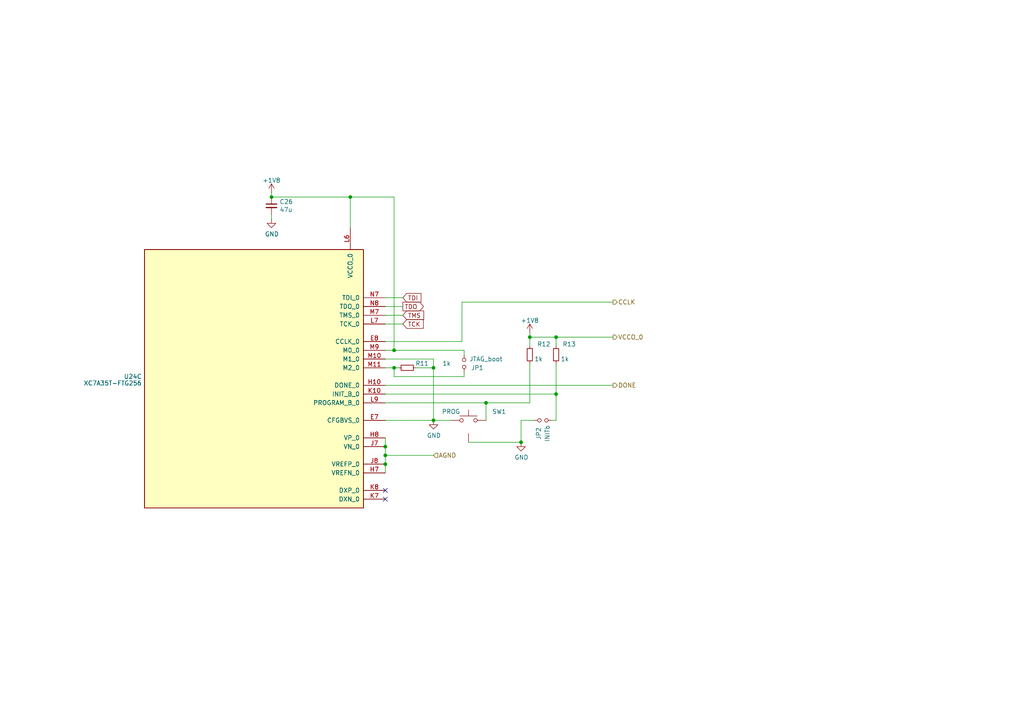
<source format=kicad_sch>
(kicad_sch (version 20230121) (generator eeschema)
  (paper "A4")
  (lib_symbols
    (symbol "Device:C_Small" (pin_numbers hide) (pin_names (offset 0.254) hide)
      (property "Reference" "C" (at 0.254 1.778 0))
      (property "Value" "C_Small" (at 0.254 -2.032 0))
      (symbol "C_Small_0_1"
        (polyline (pts (xy -1.524 -0.508) (xy 1.524 -0.508)) (stroke (width 0.3302)))
        (polyline (pts (xy -1.524 0.508) (xy 1.524 0.508)) (stroke (width 0.3048)))
      )
      (symbol "C_Small_1_1"
        (pin passive line (at 0 2.54 270) (length 2.032) (name "~") (number "1"))
        (pin passive line (at 0 -2.54 90) (length 2.032) (name "~") (number "2"))
      )
    )
    (symbol "Device:Jumper_NO_Small" (pin_numbers hide) (pin_names (offset 0.762) hide)
      (property "Reference" "JP" (at 0 2.032 0))
      (property "Value" "Device_Jumper_NO_Small" (at 0.254 -1.524 0))
      (symbol "Jumper_NO_Small_0_1"
        (circle (center -1.016 0) (radius 0.508))
        (circle (center 1.016 0) (radius 0.508))
        (pin passive line (at -2.54 0 0) (length 1.016) (name "1") (number "1"))
        (pin passive line (at 2.54 0 180) (length 1.016) (name "2") (number "2"))
      )
    )
    (symbol "Device:R_Small" (pin_numbers hide) (pin_names (offset 0.254) hide)
      (property "Reference" "R" (at 0.762 0.508 0))
      (property "Value" "R_Small" (at 0.762 -1.016 0))
      (symbol "R_Small_0_1"
        (rectangle (start -0.762 1.778) (end 0.762 -1.778) (stroke (width 0.2032)))
      )
      (symbol "R_Small_1_1"
        (pin passive line (at 0 2.54 270) (length 0.762) (name "~") (number "1"))
        (pin passive line (at 0 -2.54 90) (length 0.762) (name "~") (number "2"))
      )
    )
    (symbol "FPGA_Xilinx_Artix7:XC7A35T-FTG256" (pin_names (offset 1.016))
      (property "Reference" "U" (at 0 1.27 0))
      (property "Value" "XC7A35T-FTG256" (at 0 -1.27 0))
      (symbol "XC7A35T-FTG256_1_1"
        (rectangle (start -44.45 67.31) (end 44.45 -73.66) (stroke (width 0.254)) (fill (type background)))
        (pin bidirectional line (at 50.8 38.1 180) (length 6.35) (name "IO_L3N_T0_DQS_AD1N_15") (number "A10"))
        (pin bidirectional line (at 50.8 27.94 180) (length 6.35) (name "IO_L5N_T0_AD9N_15") (number "A12"))
        (pin bidirectional line (at 50.8 20.32 180) (length 6.35) (name "IO_L7P_T1_AD2P_15") (number "A13"))
        (pin bidirectional line (at 50.8 17.78 180) (length 6.35) (name "IO_L7N_T1_AD2N_15") (number "A14"))
        (pin bidirectional line (at 50.8 7.62 180) (length 6.35) (name "IO_L9N_T1_DQS_AD3N_15") (number "A15"))
        (pin power_in line (at 27.94 73.66 270) (length 6.35) (name "VCCO_15") (number "A16"))
        (pin bidirectional line (at 50.8 45.72 180) (length 6.35) (name "IO_L2P_T0_AD8P_15") (number "A8"))
        (pin bidirectional line (at 50.8 43.18 180) (length 6.35) (name "IO_L2N_T0_AD8N_15") (number "A9"))
        (pin bidirectional line (at 50.8 35.56 180) (length 6.35) (name "IO_L4P_T0_15") (number "B10"))
        (pin bidirectional line (at 50.8 33.02 180) (length 6.35) (name "IO_L4N_T0_15") (number "B11"))
        (pin bidirectional line (at 50.8 30.48 180) (length 6.35) (name "IO_L5P_T0_AD9P_15") (number "B12"))
        (pin power_in line (at 30.48 73.66 270) (length 6.35) (name "VCCO_15") (number "B13"))
        (pin bidirectional line (at 50.8 12.7 180) (length 6.35) (name "IO_L8N_T1_AD10N_15") (number "B14"))
        (pin bidirectional line (at 50.8 10.16 180) (length 6.35) (name "IO_L9P_T1_DQS_AD3P_15") (number "B15"))
        (pin bidirectional line (at 50.8 2.54 180) (length 6.35) (name "IO_L10N_T1_AD11N_15") (number "B16"))
        (pin bidirectional line (at 50.8 40.64 180) (length 6.35) (name "IO_L3P_T0_DQS_AD1P_15") (number "B9"))
        (pin power_in line (at 33.02 73.66 270) (length 6.35) (name "VCCO_15") (number "C10"))
        (pin bidirectional line (at 50.8 0 180) (length 6.35) (name "IO_L11P_T1_SRCC_15") (number "C11"))
        (pin bidirectional line (at 50.8 -2.54 180) (length 6.35) (name "IO_L11N_T1_SRCC_15") (number "C12"))
        (pin bidirectional line (at 50.8 -7.62 180) (length 6.35) (name "IO_L12N_T1_MRCC_15") (number "C13"))
        (pin bidirectional line (at 50.8 15.24 180) (length 6.35) (name "IO_L8P_T1_AD10P_15") (number "C14"))
        (pin bidirectional line (at 50.8 5.08 180) (length 6.35) (name "IO_L10P_T1_AD11P_15") (number "C16"))
        (pin bidirectional line (at 50.8 50.8 180) (length 6.35) (name "IO_L1P_T0_AD0P_15") (number "C8"))
        (pin bidirectional line (at 50.8 48.26 180) (length 6.35) (name "IO_L1N_T0_AD0N_15") (number "C9"))
        (pin bidirectional line (at 50.8 53.34 180) (length 6.35) (name "IO_0_15") (number "D10"))
        (pin bidirectional line (at 50.8 -17.78 180) (length 6.35) (name "IO_L14N_T2_SRCC_15") (number "D11"))
        (pin bidirectional line (at 50.8 -5.08 180) (length 6.35) (name "IO_L12P_T1_MRCC_15") (number "D13"))
        (pin bidirectional line (at 50.8 -20.32 180) (length 6.35) (name "IO_L15P_T2_DQS_15") (number "D14"))
        (pin bidirectional line (at 50.8 -22.86 180) (length 6.35) (name "IO_L15N_T2_DQS_ADV_B_15") (number "D15"))
        (pin bidirectional line (at 50.8 -33.02 180) (length 6.35) (name "IO_L17N_T2_A25_15") (number "D16"))
        (pin bidirectional line (at 50.8 25.4 180) (length 6.35) (name "IO_L6P_T0_15") (number "D8"))
        (pin bidirectional line (at 50.8 22.86 180) (length 6.35) (name "IO_L6N_T0_VREF_15") (number "D9"))
        (pin bidirectional line (at 50.8 -15.24 180) (length 6.35) (name "IO_L14P_T2_SRCC_15") (number "E11"))
        (pin bidirectional line (at 50.8 -10.16 180) (length 6.35) (name "IO_L13P_T2_MRCC_15") (number "E12"))
        (pin bidirectional line (at 50.8 -12.7 180) (length 6.35) (name "IO_L13N_T2_MRCC_15") (number "E13"))
        (pin power_in line (at 35.56 73.66 270) (length 6.35) (name "VCCO_15") (number "E14"))
        (pin bidirectional line (at 50.8 -38.1 180) (length 6.35) (name "IO_L18N_T2_A23_15") (number "E15"))
        (pin bidirectional line (at 50.8 -30.48 180) (length 6.35) (name "IO_L17P_T2_A26_15") (number "E16"))
        (pin bidirectional line (at 50.8 -25.4 180) (length 6.35) (name "IO_L16P_T2_A28_15") (number "F12"))
        (pin bidirectional line (at 50.8 -27.94 180) (length 6.35) (name "IO_L16N_T2_A27_15") (number "F13"))
        (pin bidirectional line (at 50.8 -53.34 180) (length 6.35) (name "IO_L21N_T3_DQS_A18_15") (number "F14"))
        (pin bidirectional line (at 50.8 -35.56 180) (length 6.35) (name "IO_L18P_T2_A24_15") (number "F15"))
        (pin bidirectional line (at 50.8 -71.12 180) (length 6.35) (name "IO_25_15") (number "G11"))
        (pin bidirectional line (at 50.8 -43.18 180) (length 6.35) (name "IO_L19N_T3_A21_VREF_15") (number "G12"))
        (pin bidirectional line (at 50.8 -50.8 180) (length 6.35) (name "IO_L21P_T3_DQS_15") (number "G14"))
        (pin bidirectional line (at 50.8 -68.58 180) (length 6.35) (name "IO_L24N_T3_RS0_15") (number "G15"))
        (pin bidirectional line (at 50.8 -58.42 180) (length 6.35) (name "IO_L22N_T3_A16_15") (number "G16"))
        (pin bidirectional line (at 50.8 -40.64 180) (length 6.35) (name "IO_L19P_T3_A22_15") (number "H11"))
        (pin bidirectional line (at 50.8 -45.72 180) (length 6.35) (name "IO_L20P_T3_A20_15") (number "H12"))
        (pin bidirectional line (at 50.8 -48.26 180) (length 6.35) (name "IO_L20N_T3_A19_15") (number "H13"))
        (pin bidirectional line (at 50.8 -66.04 180) (length 6.35) (name "IO_L24P_T3_RS1_15") (number "H14"))
        (pin power_in line (at 38.1 73.66 270) (length 6.35) (name "VCCO_15") (number "H15"))
        (pin bidirectional line (at 50.8 -55.88 180) (length 6.35) (name "IO_L22P_T3_A17_15") (number "H16"))
        (pin power_in line (at 40.64 73.66 270) (length 6.35) (name "VCCO_15") (number "J12"))
        (pin bidirectional line (at -50.8 50.8 0) (length 6.35) (name "IO_L1P_T0_D00_MOSI_14") (number "J13"))
        (pin bidirectional line (at -50.8 48.26 0) (length 6.35) (name "IO_L1N_T0_D01_DIN_14") (number "J14"))
        (pin bidirectional line (at 50.8 -60.96 180) (length 6.35) (name "IO_L23P_T3_FOE_B_15") (number "J15"))
        (pin bidirectional line (at 50.8 -63.5 180) (length 6.35) (name "IO_L23N_T3_FWE_B_15") (number "J16"))
        (pin bidirectional line (at -50.8 53.34 0) (length 6.35) (name "IO_0_14") (number "K12"))
        (pin bidirectional line (at -50.8 30.48 0) (length 6.35) (name "IO_L5P_T0_D06_14") (number "K13"))
        (pin bidirectional line (at -50.8 45.72 0) (length 6.35) (name "IO_L2P_T0_D02_14") (number "K15"))
        (pin bidirectional line (at -50.8 43.18 0) (length 6.35) (name "IO_L2N_T0_D03_14") (number "K16"))
        (pin bidirectional line (at -50.8 25.4 0) (length 6.35) (name "IO_L6P_T0_FCS_B_14") (number "L12"))
        (pin bidirectional line (at -50.8 27.94 0) (length 6.35) (name "IO_L5N_T0_D07_14") (number "L13"))
        (pin bidirectional line (at -50.8 35.56 0) (length 6.35) (name "IO_L4P_T0_D04_14") (number "L14"))
        (pin bidirectional line (at -50.8 40.64 0) (length 6.35) (name "IO_L3P_T0_DQS_PUDC_B_14") (number "L15"))
        (pin power_in line (at -40.64 73.66 270) (length 6.35) (name "VCCO_14") (number "L16"))
        (pin bidirectional line (at -50.8 22.86 0) (length 6.35) (name "IO_L6N_T0_D08_VREF_14") (number "M12"))
        (pin power_in line (at -38.1 73.66 270) (length 6.35) (name "VCCO_14") (number "M13"))
        (pin bidirectional line (at -50.8 33.02 0) (length 6.35) (name "IO_L4N_T0_D05_14") (number "M14"))
        (pin bidirectional line (at -50.8 38.1 0) (length 6.35) (name "IO_L3N_T0_DQS_EMCCLK_14") (number "M15"))
        (pin bidirectional line (at -50.8 20.32 0) (length 6.35) (name "IO_L7P_T1_D09_14") (number "M16"))
        (pin bidirectional line (at -50.8 -40.64 0) (length 6.35) (name "IO_L19P_T3_A10_D26_14") (number "M6"))
        (pin power_in line (at -35.56 73.66 270) (length 6.35) (name "VCCO_14") (number "N10"))
        (pin bidirectional line (at -50.8 -10.16 0) (length 6.35) (name "IO_L13P_T2_MRCC_14") (number "N11"))
        (pin bidirectional line (at -50.8 -12.7 0) (length 6.35) (name "IO_L13N_T2_MRCC_14") (number "N12"))
        (pin bidirectional line (at -50.8 0 0) (length 6.35) (name "IO_L11P_T1_SRCC_14") (number "N13"))
        (pin bidirectional line (at -50.8 -5.08 0) (length 6.35) (name "IO_L12P_T1_MRCC_14") (number "N14"))
        (pin bidirectional line (at -50.8 17.78 0) (length 6.35) (name "IO_L7N_T1_D10_14") (number "N16"))
        (pin bidirectional line (at -50.8 -43.18 0) (length 6.35) (name "IO_L19N_T3_A09_D25_VREF_14") (number "N6"))
        (pin bidirectional line (at -50.8 -35.56 0) (length 6.35) (name "IO_L18P_T2_A12_D28_14") (number "N9"))
        (pin bidirectional line (at -50.8 -15.24 0) (length 6.35) (name "IO_L14P_T2_SRCC_14") (number "P10"))
        (pin bidirectional line (at -50.8 -17.78 0) (length 6.35) (name "IO_L14N_T2_SRCC_14") (number "P11"))
        (pin bidirectional line (at -50.8 -2.54 0) (length 6.35) (name "IO_L11N_T1_SRCC_14") (number "P13"))
        (pin bidirectional line (at -50.8 -7.62 0) (length 6.35) (name "IO_L12N_T1_MRCC_14") (number "P14"))
        (pin bidirectional line (at -50.8 15.24 0) (length 6.35) (name "IO_L8P_T1_D11_14") (number "P15"))
        (pin bidirectional line (at -50.8 12.7 0) (length 6.35) (name "IO_L8N_T1_D12_14") (number "P16"))
        (pin bidirectional line (at -50.8 -71.12 0) (length 6.35) (name "IO_25_14") (number "P6"))
        (pin power_in line (at -33.02 73.66 270) (length 6.35) (name "VCCO_14") (number "P7"))
        (pin bidirectional line (at -50.8 -45.72 0) (length 6.35) (name "IO_L20P_T3_A08_D24_14") (number "P8"))
        (pin bidirectional line (at -50.8 -38.1 0) (length 6.35) (name "IO_L18N_T2_A11_D27_14") (number "P9"))
        (pin bidirectional line (at -50.8 -30.48 0) (length 6.35) (name "IO_L17P_T2_A14_D30_14") (number "R10"))
        (pin bidirectional line (at -50.8 -33.02 0) (length 6.35) (name "IO_L17N_T2_A13_D29_14") (number "R11"))
        (pin bidirectional line (at -50.8 -20.32 0) (length 6.35) (name "IO_L15P_T2_DQS_RDWR_B_14") (number "R12"))
        (pin bidirectional line (at -50.8 -25.4 0) (length 6.35) (name "IO_L16P_T2_CSI_B_14") (number "R13"))
        (pin power_in line (at -30.48 73.66 270) (length 6.35) (name "VCCO_14") (number "R14"))
        (pin bidirectional line (at -50.8 10.16 0) (length 6.35) (name "IO_L9P_T1_DQS_14") (number "R15"))
        (pin bidirectional line (at -50.8 7.62 0) (length 6.35) (name "IO_L9N_T1_DQS_D13_14") (number "R16"))
        (pin bidirectional line (at -50.8 -60.96 0) (length 6.35) (name "IO_L23P_T3_A03_D19_14") (number "R5"))
        (pin bidirectional line (at -50.8 -66.04 0) (length 6.35) (name "IO_L24P_T3_A01_D17_14") (number "R6"))
        (pin bidirectional line (at -50.8 -68.58 0) (length 6.35) (name "IO_L24N_T3_A00_D16_14") (number "R7"))
        (pin bidirectional line (at -50.8 -48.26 0) (length 6.35) (name "IO_L20N_T3_A07_D23_14") (number "R8"))
        (pin bidirectional line (at -50.8 -58.42 0) (length 6.35) (name "IO_L22N_T3_A04_D20_14") (number "T10"))
        (pin power_in line (at -27.94 73.66 270) (length 6.35) (name "VCCO_14") (number "T11"))
        (pin bidirectional line (at -50.8 -22.86 0) (length 6.35) (name "IO_L15N_T2_DQS_DOUT_CSO_B_14") (number "T12"))
        (pin bidirectional line (at -50.8 -27.94 0) (length 6.35) (name "IO_L16N_T2_A15_D31_14") (number "T13"))
        (pin bidirectional line (at -50.8 5.08 0) (length 6.35) (name "IO_L10P_T1_D14_14") (number "T14"))
        (pin bidirectional line (at -50.8 2.54 0) (length 6.35) (name "IO_L10N_T1_D15_14") (number "T15"))
        (pin bidirectional line (at -50.8 -63.5 0) (length 6.35) (name "IO_L23N_T3_A02_D18_14") (number "T5"))
        (pin bidirectional line (at -50.8 -50.8 0) (length 6.35) (name "IO_L21P_T3_DQS_14") (number "T7"))
        (pin bidirectional line (at -50.8 -53.34 0) (length 6.35) (name "IO_L21N_T3_DQS_A06_D22_14") (number "T8"))
        (pin bidirectional line (at -50.8 -55.88 0) (length 6.35) (name "IO_L22P_T3_A05_D21_14") (number "T9"))
      )
      (symbol "XC7A35T-FTG256_2_1"
        (rectangle (start -44.45 67.31) (end 44.45 -73.66) (stroke (width 0.254)) (fill (type background)))
        (pin bidirectional line (at 50.8 12.7 180) (length 6.35) (name "IO_L8N_T1_AD14N_35") (number "A2"))
        (pin bidirectional line (at 50.8 33.02 180) (length 6.35) (name "IO_L4N_T0_35") (number "A3"))
        (pin bidirectional line (at 50.8 38.1 180) (length 6.35) (name "IO_L3N_T0_DQS_AD5N_35") (number "A4"))
        (pin bidirectional line (at 50.8 40.64 180) (length 6.35) (name "IO_L3P_T0_DQS_AD5P_35") (number "A5"))
        (pin power_in line (at 27.94 73.66 270) (length 6.35) (name "VCCO_35") (number "A6"))
        (pin bidirectional line (at 50.8 48.26 180) (length 6.35) (name "IO_L1N_T0_AD4N_35") (number "A7"))
        (pin bidirectional line (at 50.8 7.62 180) (length 6.35) (name "IO_L9N_T1_DQS_AD7N_35") (number "B1"))
        (pin bidirectional line (at 50.8 15.24 180) (length 6.35) (name "IO_L8P_T1_AD14P_35") (number "B2"))
        (pin power_in line (at 30.48 73.66 270) (length 6.35) (name "VCCO_35") (number "B3"))
        (pin bidirectional line (at 50.8 35.56 180) (length 6.35) (name "IO_L4P_T0_35") (number "B4"))
        (pin bidirectional line (at 50.8 43.18 180) (length 6.35) (name "IO_L2N_T0_AD12N_35") (number "B5"))
        (pin bidirectional line (at 50.8 45.72 180) (length 6.35) (name "IO_L2P_T0_AD12P_35") (number "B6"))
        (pin bidirectional line (at 50.8 50.8 180) (length 6.35) (name "IO_L1P_T0_AD4P_35") (number "B7"))
        (pin bidirectional line (at 50.8 10.16 180) (length 6.35) (name "IO_L9P_T1_DQS_AD7P_35") (number "C1"))
        (pin bidirectional line (at 50.8 17.78 180) (length 6.35) (name "IO_L7N_T1_AD6N_35") (number "C2"))
        (pin bidirectional line (at 50.8 20.32 180) (length 6.35) (name "IO_L7P_T1_AD6P_35") (number "C3"))
        (pin bidirectional line (at 50.8 -7.62 180) (length 6.35) (name "IO_L12N_T1_MRCC_35") (number "C4"))
        (pin bidirectional line (at 50.8 27.94 180) (length 6.35) (name "IO_L5N_T0_AD13N_35") (number "C6"))
        (pin bidirectional line (at 50.8 30.48 180) (length 6.35) (name "IO_L5P_T0_AD13P_35") (number "C7"))
        (pin bidirectional line (at 50.8 2.54 180) (length 6.35) (name "IO_L10N_T1_AD15N_35") (number "D1"))
        (pin bidirectional line (at 50.8 -2.54 180) (length 6.35) (name "IO_L11N_T1_SRCC_35") (number "D3"))
        (pin bidirectional line (at 50.8 -5.08 180) (length 6.35) (name "IO_L12P_T1_MRCC_35") (number "D4"))
        (pin bidirectional line (at 50.8 22.86 180) (length 6.35) (name "IO_L6N_T0_VREF_35") (number "D5"))
        (pin bidirectional line (at 50.8 25.4 180) (length 6.35) (name "IO_L6P_T0_35") (number "D6"))
        (pin power_in line (at 33.02 73.66 270) (length 6.35) (name "VCCO_35") (number "D7"))
        (pin bidirectional line (at 50.8 -22.86 180) (length 6.35) (name "IO_L15N_T2_DQS_35") (number "E1"))
        (pin bidirectional line (at 50.8 5.08 180) (length 6.35) (name "IO_L10P_T1_AD15P_35") (number "E2"))
        (pin bidirectional line (at 50.8 0 180) (length 6.35) (name "IO_L11P_T1_SRCC_35") (number "E3"))
        (pin power_in line (at 35.56 73.66 270) (length 6.35) (name "VCCO_35") (number "E4"))
        (pin bidirectional line (at 50.8 -12.7 180) (length 6.35) (name "IO_L13N_T2_MRCC_35") (number "E5"))
        (pin bidirectional line (at 50.8 53.34 180) (length 6.35) (name "IO_0_35") (number "E6"))
        (pin power_in line (at 38.1 73.66 270) (length 6.35) (name "VCCO_35") (number "F1"))
        (pin bidirectional line (at 50.8 -20.32 180) (length 6.35) (name "IO_L15P_T2_DQS_35") (number "F2"))
        (pin bidirectional line (at 50.8 -17.78 180) (length 6.35) (name "IO_L14N_T2_SRCC_35") (number "F3"))
        (pin bidirectional line (at 50.8 -15.24 180) (length 6.35) (name "IO_L14P_T2_SRCC_35") (number "F4"))
        (pin bidirectional line (at 50.8 -10.16 180) (length 6.35) (name "IO_L13P_T2_MRCC_35") (number "F5"))
        (pin bidirectional line (at 50.8 -33.02 180) (length 6.35) (name "IO_L17N_T2_35") (number "G1"))
        (pin bidirectional line (at 50.8 -30.48 180) (length 6.35) (name "IO_L17P_T2_35") (number "G2"))
        (pin bidirectional line (at 50.8 -27.94 180) (length 6.35) (name "IO_L16N_T2_35") (number "G4"))
        (pin bidirectional line (at 50.8 -25.4 180) (length 6.35) (name "IO_L16P_T2_35") (number "G5"))
        (pin bidirectional line (at 50.8 -48.26 180) (length 6.35) (name "IO_L20N_T3_35") (number "H1"))
        (pin bidirectional line (at 50.8 -45.72 180) (length 6.35) (name "IO_L20P_T3_35") (number "H2"))
        (pin bidirectional line (at 50.8 -53.34 180) (length 6.35) (name "IO_L21N_T3_DQS_35") (number "H3"))
        (pin bidirectional line (at 50.8 -38.1 180) (length 6.35) (name "IO_L18N_T2_35") (number "H4"))
        (pin bidirectional line (at 50.8 -35.56 180) (length 6.35) (name "IO_L18P_T2_35") (number "H5"))
        (pin bidirectional line (at 50.8 -58.42 180) (length 6.35) (name "IO_L22N_T3_35") (number "J1"))
        (pin power_in line (at 40.64 73.66 270) (length 6.35) (name "VCCO_35") (number "J2"))
        (pin bidirectional line (at 50.8 -50.8 180) (length 6.35) (name "IO_L21P_T3_DQS_35") (number "J3"))
        (pin bidirectional line (at 50.8 -43.18 180) (length 6.35) (name "IO_L19N_T3_VREF_35") (number "J4"))
        (pin bidirectional line (at 50.8 -40.64 180) (length 6.35) (name "IO_L19P_T3_35") (number "J5"))
        (pin bidirectional line (at 50.8 -55.88 180) (length 6.35) (name "IO_L22P_T3_35") (number "K1"))
        (pin bidirectional line (at 50.8 -68.58 180) (length 6.35) (name "IO_L24N_T3_35") (number "K2"))
        (pin bidirectional line (at 50.8 -66.04 180) (length 6.35) (name "IO_L24P_T3_35") (number "K3"))
        (pin bidirectional line (at 50.8 -71.12 180) (length 6.35) (name "IO_25_35") (number "K5"))
        (pin bidirectional line (at 50.8 -63.5 180) (length 6.35) (name "IO_L23N_T3_35") (number "L2"))
        (pin bidirectional line (at 50.8 -60.96 180) (length 6.35) (name "IO_L23P_T3_35") (number "L3"))
        (pin bidirectional line (at -50.8 50.8 0) (length 6.35) (name "IO_L1P_T0_34") (number "L4"))
        (pin bidirectional line (at -50.8 53.34 0) (length 6.35) (name "IO_0_34") (number "L5"))
        (pin bidirectional line (at -50.8 43.18 0) (length 6.35) (name "IO_L2N_T0_34") (number "M1"))
        (pin bidirectional line (at -50.8 45.72 0) (length 6.35) (name "IO_L2P_T0_34") (number "M2"))
        (pin power_in line (at -40.64 73.66 270) (length 6.35) (name "VCCO_34") (number "M3"))
        (pin bidirectional line (at -50.8 48.26 0) (length 6.35) (name "IO_L1N_T0_34") (number "M4"))
        (pin bidirectional line (at -50.8 25.4 0) (length 6.35) (name "IO_L6P_T0_34") (number "M5"))
        (pin bidirectional line (at -50.8 35.56 0) (length 6.35) (name "IO_L4P_T0_34") (number "N1"))
        (pin bidirectional line (at -50.8 38.1 0) (length 6.35) (name "IO_L3N_T0_DQS_34") (number "N2"))
        (pin bidirectional line (at -50.8 40.64 0) (length 6.35) (name "IO_L3P_T0_DQS_34") (number "N3"))
        (pin bidirectional line (at -50.8 22.86 0) (length 6.35) (name "IO_L6N_T0_VREF_34") (number "N4"))
        (pin bidirectional line (at -50.8 33.02 0) (length 6.35) (name "IO_L4N_T0_34") (number "P1"))
        (pin bidirectional line (at -50.8 27.94 0) (length 6.35) (name "IO_L5N_T0_34") (number "P3"))
        (pin bidirectional line (at -50.8 30.48 0) (length 6.35) (name "IO_L5P_T0_34") (number "P4"))
        (pin bidirectional line (at -50.8 5.08 0) (length 6.35) (name "IO_L10P_T1_34") (number "P5"))
        (pin bidirectional line (at -50.8 17.78 0) (length 6.35) (name "IO_L7N_T1_34") (number "R1"))
        (pin bidirectional line (at -50.8 20.32 0) (length 6.35) (name "IO_L7P_T1_34") (number "R2"))
        (pin bidirectional line (at -50.8 15.24 0) (length 6.35) (name "IO_L8P_T1_34") (number "R3"))
        (pin power_in line (at -38.1 73.66 270) (length 6.35) (name "VCCO_34") (number "R4"))
        (pin power_in line (at -35.56 73.66 270) (length 6.35) (name "VCCO_34") (number "T1"))
        (pin bidirectional line (at -50.8 12.7 0) (length 6.35) (name "IO_L8N_T1_34") (number "T2"))
        (pin bidirectional line (at -50.8 7.62 0) (length 6.35) (name "IO_L9N_T1_DQS_34") (number "T3"))
        (pin bidirectional line (at -50.8 10.16 0) (length 6.35) (name "IO_L9P_T1_DQS_34") (number "T4"))
      )
      (symbol "XC7A35T-FTG256_3_1"
        (rectangle (start -31.75 34.29) (end 31.75 -40.64) (stroke (width 0.254)) (fill (type background)))
        (pin bidirectional line (at 38.1 -15.24 180) (length 6.35) (name "CFGBVS_0") (number "E7"))
        (pin bidirectional line (at 38.1 7.62 180) (length 6.35) (name "CCLK_0") (number "E8"))
        (pin bidirectional line (at 38.1 -5.08 180) (length 6.35) (name "DONE_0") (number "H10"))
        (pin bidirectional line (at 38.1 -30.48 180) (length 6.35) (name "VREFN_0") (number "H7"))
        (pin bidirectional line (at 38.1 -20.32 180) (length 6.35) (name "VP_0") (number "H8"))
        (pin bidirectional line (at 38.1 -22.86 180) (length 6.35) (name "VN_0") (number "J7"))
        (pin bidirectional line (at 38.1 -27.94 180) (length 6.35) (name "VREFP_0") (number "J8"))
        (pin bidirectional line (at 38.1 -7.62 180) (length 6.35) (name "INIT_B_0") (number "K10"))
        (pin bidirectional line (at 38.1 -38.1 180) (length 6.35) (name "DXN_0") (number "K7"))
        (pin bidirectional line (at 38.1 -35.56 180) (length 6.35) (name "DXP_0") (number "K8"))
        (pin power_in line (at 27.94 40.64 270) (length 6.35) (name "VCCO_0") (number "L6"))
        (pin bidirectional line (at 38.1 12.7 180) (length 6.35) (name "TCK_0") (number "L7"))
        (pin bidirectional line (at 38.1 -10.16 180) (length 6.35) (name "PROGRAM_B_0") (number "L9"))
        (pin bidirectional line (at 38.1 2.54 180) (length 6.35) (name "M1_0") (number "M10"))
        (pin bidirectional line (at 38.1 0 180) (length 6.35) (name "M2_0") (number "M11"))
        (pin bidirectional line (at 38.1 15.24 180) (length 6.35) (name "TMS_0") (number "M7"))
        (pin bidirectional line (at 38.1 5.08 180) (length 6.35) (name "M0_0") (number "M9"))
        (pin bidirectional line (at 38.1 20.32 180) (length 6.35) (name "TDI_0") (number "N7"))
        (pin bidirectional line (at 38.1 17.78 180) (length 6.35) (name "TDO_0") (number "N8"))
      )
      (symbol "XC7A35T-FTG256_4_1"
        (rectangle (start -19.05 35.56) (end 19.05 -35.56) (stroke (width 0.254)) (fill (type background)))
        (pin power_in line (at -25.4 2.54 0) (length 6.35) (name "GND") (number "A1"))
        (pin power_in line (at -25.4 0 0) (length 6.35) (name "GND") (number "A11"))
        (pin power_in line (at -25.4 -2.54 0) (length 6.35) (name "GND") (number "B8"))
        (pin power_in line (at -25.4 -7.62 0) (length 6.35) (name "GND") (number "C15"))
        (pin power_in line (at -25.4 -5.08 0) (length 6.35) (name "GND") (number "C5"))
        (pin power_in line (at -25.4 -12.7 0) (length 6.35) (name "GND") (number "D12"))
        (pin power_in line (at -25.4 -10.16 0) (length 6.35) (name "GND") (number "D2"))
        (pin power_in line (at -25.4 12.7 0) (length 6.35) (name "VCCBRAM") (number "E10"))
        (pin power_in line (at -25.4 -15.24 0) (length 6.35) (name "GND") (number "E9"))
        (pin power_in line (at -25.4 -20.32 0) (length 6.35) (name "GND") (number "F10"))
        (pin power_in line (at -25.4 10.16 0) (length 6.35) (name "VCCBRAM") (number "F11"))
        (pin power_in line (at -25.4 -22.86 0) (length 6.35) (name "GND") (number "F16"))
        (pin power_in line (at -25.4 -17.78 0) (length 6.35) (name "GND") (number "F6"))
        (pin power_in line (at 25.4 33.02 180) (length 6.35) (name "VCCINT") (number "F7"))
        (pin power_in line (at -25.4 15.24 0) (length 6.35) (name "VCCBATT_0") (number "F8"))
        (pin power_in line (at 25.4 30.48 180) (length 6.35) (name "VCCINT") (number "F9"))
        (pin power_in line (at -25.4 33.02 0) (length 6.35) (name "VCCAUX") (number "G10"))
        (pin power_in line (at -25.4 -30.48 0) (length 6.35) (name "GND") (number "G13"))
        (pin power_in line (at -25.4 -25.4 0) (length 6.35) (name "GND") (number "G3"))
        (pin power_in line (at 25.4 27.94 180) (length 6.35) (name "VCCINT") (number "G6"))
        (pin power_in line (at -25.4 20.32 0) (length 6.35) (name "GNDADC_0") (number "G7"))
        (pin power_in line (at -25.4 17.78 0) (length 6.35) (name "VCCADC_0") (number "G8"))
        (pin power_in line (at -25.4 -27.94 0) (length 6.35) (name "GND") (number "G9"))
        (pin power_in line (at -25.4 -33.02 0) (length 6.35) (name "GND") (number "H6"))
        (pin power_in line (at 25.4 25.4 180) (length 6.35) (name "VCCINT") (number "H9"))
        (pin power_in line (at -25.4 30.48 0) (length 6.35) (name "VCCAUX") (number "J10"))
        (pin power_in line (at 25.4 0 180) (length 6.35) (name "GND") (number "J11"))
        (pin power_in line (at 25.4 22.86 180) (length 6.35) (name "VCCINT") (number "J6"))
        (pin power_in line (at 25.4 2.54 180) (length 6.35) (name "GND") (number "J9"))
        (pin power_in line (at -25.4 27.94 0) (length 6.35) (name "VCCAUX") (number "K11"))
        (pin power_in line (at 25.4 -7.62 180) (length 6.35) (name "GND") (number "K14"))
        (pin power_in line (at 25.4 -2.54 180) (length 6.35) (name "GND") (number "K4"))
        (pin power_in line (at 25.4 -5.08 180) (length 6.35) (name "GND") (number "K6"))
        (pin power_in line (at 25.4 20.32 180) (length 6.35) (name "VCCINT") (number "K9"))
        (pin power_in line (at 25.4 -10.16 180) (length 6.35) (name "GND") (number "L1"))
        (pin power_in line (at -25.4 25.4 0) (length 6.35) (name "VCCAUX") (number "L10"))
        (pin power_in line (at 25.4 -12.7 180) (length 6.35) (name "GND") (number "L11"))
        (pin power_in line (at 25.4 17.78 180) (length 6.35) (name "VCCINT") (number "L8"))
        (pin power_in line (at 25.4 -15.24 180) (length 6.35) (name "GND") (number "M8"))
        (pin power_in line (at 25.4 -20.32 180) (length 6.35) (name "GND") (number "N15"))
        (pin power_in line (at 25.4 -17.78 180) (length 6.35) (name "GND") (number "N5"))
        (pin power_in line (at 25.4 -25.4 180) (length 6.35) (name "GND") (number "P12"))
        (pin power_in line (at 25.4 -22.86 180) (length 6.35) (name "GND") (number "P2"))
        (pin power_in line (at 25.4 -27.94 180) (length 6.35) (name "GND") (number "R9"))
        (pin power_in line (at 25.4 -33.02 180) (length 6.35) (name "GND") (number "T16"))
        (pin power_in line (at 25.4 -30.48 180) (length 6.35) (name "GND") (number "T6"))
      )
    )
    (symbol "fmc:SW_Push_Shielded" (pin_numbers hide) (pin_names (offset 1.016) hide)
      (property "Reference" "SW" (at 1.27 2.54 0))
      (property "Value" "SW_Push_Shielded" (at 0 -1.524 0))
      (symbol "SW_Push_Shielded_0_1"
        (circle (center -2.032 0) (radius 0.508))
        (polyline (pts (xy 0 1.27) (xy 0 3.048)))
        (polyline (pts (xy 2.54 1.27) (xy -2.54 1.27)))
        (circle (center 2.032 0) (radius 0.508))
        (pin passive line (at -5.08 0 0) (length 2.54) (name "1") (number "1"))
        (pin passive line (at 5.08 0 180) (length 2.54) (name "2") (number "2"))
      )
      (symbol "SW_Push_Shielded_1_1"
        (pin power_in line (at 0 -6.35 90) (length 2.54) (name "Shield") (number "3"))
      )
    )
    (symbol "power:+1V8" (power) (pin_names (offset 0))
      (property "Value" "+1V8" (at 0 3.556 0))
      (symbol "+1V8_0_1"
        (polyline (pts (xy -0.762 1.27) (xy 0 2.54)))
        (polyline (pts (xy 0 0) (xy 0 2.54)))
        (polyline (pts (xy 0 2.54) (xy 0.762 1.27)))
      )
      (symbol "+1V8_1_1"
        (pin power_in line (at 0 0 90) (length 0) hide (name "+1V8") (number "1"))
      )
    )
    (symbol "power:GND" (power) (pin_names (offset 0))
      (property "Value" "GND" (at 0 -3.81 0))
      (symbol "GND_0_1"
        (polyline (pts (xy 0 0) (xy 0 -1.27) (xy 1.27 -1.27) (xy 0 -2.54) (xy -1.27 -1.27) (xy 0 -1.27)))
      )
      (symbol "GND_1_1"
        (pin power_in line (at 0 0 270) (length 0) hide (name "GND") (number "1"))
      )
    )
  )
  (junction (at 125.73 106.68))
  (junction (at 111.76 134.62))
  (junction (at 114.3 101.6))
  (junction (at 111.76 129.54))
  (junction (at 161.29 97.79))
  (junction (at 101.6 57.15))
  (junction (at 125.73 121.92))
  (junction (at 78.74 57.15))
  (junction (at 153.67 97.79))
  (junction (at 114.3 106.68))
  (junction (at 111.76 132.08))
  (junction (at 161.29 114.3))
  (junction (at 151.13 128.27))
  (junction (at 140.97 116.84))
  (no_connect (at 111.76 142.24))
  (no_connect (at 111.76 144.78))
  (wire (pts (xy 153.67 97.79) (xy 153.67 100.33)))
  (wire (pts (xy 120.65 106.68) (xy 125.73 106.68)))
  (wire (pts (xy 134.62 109.22) (xy 134.62 107.95)))
  (wire (pts (xy 130.81 121.92) (xy 125.73 121.92)))
  (wire (pts (xy 161.29 114.3) (xy 161.29 105.41)))
  (wire (pts (xy 114.3 106.68) (xy 114.3 109.22)))
  (wire (pts (xy 125.73 106.68) (xy 125.73 121.92)))
  (wire (pts (xy 140.97 116.84) (xy 153.67 116.84)))
  (wire (pts (xy 151.13 128.27) (xy 151.13 121.92)))
  (wire (pts (xy 151.13 121.92) (xy 154.94 121.92)))
  (wire (pts (xy 161.29 97.79) (xy 177.8 97.79)))
  (wire (pts (xy 78.74 62.23) (xy 78.74 63.5)))
  (wire (pts (xy 111.76 116.84) (xy 140.97 116.84)))
  (wire (pts (xy 101.6 66.04) (xy 101.6 57.15)))
  (wire (pts (xy 78.74 55.88) (xy 78.74 57.15)))
  (wire (pts (xy 111.76 101.6) (xy 114.3 101.6)))
  (wire (pts (xy 134.62 101.6) (xy 114.3 101.6)))
  (wire (pts (xy 111.76 132.08) (xy 111.76 134.62)))
  (wire (pts (xy 78.74 57.15) (xy 101.6 57.15)))
  (wire (pts (xy 114.3 106.68) (xy 115.57 106.68)))
  (wire (pts (xy 133.985 87.63) (xy 177.8 87.63)))
  (wire (pts (xy 140.97 121.92) (xy 140.97 116.84)))
  (wire (pts (xy 133.985 99.06) (xy 111.76 99.06)))
  (wire (pts (xy 111.76 127) (xy 111.76 129.54)))
  (wire (pts (xy 133.985 87.63) (xy 133.985 99.06)))
  (wire (pts (xy 111.76 111.76) (xy 177.8 111.76)))
  (wire (pts (xy 114.3 109.22) (xy 134.62 109.22)))
  (wire (pts (xy 161.29 97.79) (xy 161.29 100.33)))
  (wire (pts (xy 111.76 104.14) (xy 125.73 104.14)))
  (wire (pts (xy 116.84 91.44) (xy 111.76 91.44)))
  (wire (pts (xy 125.73 132.08) (xy 111.76 132.08)))
  (wire (pts (xy 161.29 121.92) (xy 160.02 121.92)))
  (wire (pts (xy 111.76 114.3) (xy 161.29 114.3)))
  (wire (pts (xy 134.62 102.87) (xy 134.62 101.6)))
  (wire (pts (xy 116.84 86.36) (xy 111.76 86.36)))
  (wire (pts (xy 114.3 101.6) (xy 114.3 57.15)))
  (wire (pts (xy 116.84 93.98) (xy 111.76 93.98)))
  (wire (pts (xy 111.76 129.54) (xy 111.76 132.08)))
  (wire (pts (xy 125.73 104.14) (xy 125.73 106.68)))
  (wire (pts (xy 111.76 134.62) (xy 111.76 137.16)))
  (wire (pts (xy 135.89 128.27) (xy 151.13 128.27)))
  (wire (pts (xy 153.67 116.84) (xy 153.67 105.41)))
  (wire (pts (xy 153.67 97.79) (xy 161.29 97.79)))
  (wire (pts (xy 114.3 57.15) (xy 101.6 57.15)))
  (wire (pts (xy 111.76 88.9) (xy 116.84 88.9)))
  (wire (pts (xy 161.29 114.3) (xy 161.29 121.92)))
  (wire (pts (xy 153.67 96.52) (xy 153.67 97.79)))
  (wire (pts (xy 111.76 106.68) (xy 114.3 106.68)))
  (wire (pts (xy 111.76 121.92) (xy 125.73 121.92)))
  (global_label "TDI" (shape input) (at 116.84 86.36 0) (property "Intersheetrefs" "${INTERSHEET_REFS}" (effects hide)))
  (global_label "TMS" (shape input) (at 116.84 91.44 0) (property "Intersheetrefs" "${INTERSHEET_REFS}" (effects hide)))
  (global_label "TCK" (shape input) (at 116.84 93.98 0) (property "Intersheetrefs" "${INTERSHEET_REFS}" (effects hide)))
  (global_label "TDO" (shape output) (at 116.84 88.9 0) (property "Intersheetrefs" "${INTERSHEET_REFS}" (effects hide)))
  (hierarchical_label "CCLK" (shape output) (at 177.8 87.63 0))
  (hierarchical_label "VCCO_0" (shape output) (at 177.8 97.79 0))
  (hierarchical_label "AGND" (shape input) (at 125.73 132.08 0))
  (hierarchical_label "DONE" (shape output) (at 177.8 111.76 0))
  (symbol (lib_id "Device:Jumper_NO_Small") (at 157.48 121.92 180) (unit 1)
    (property "Reference" "JP2" (at 156.21 125.73 90))
    (property "Value" "INITb" (at 158.75 125.73 90))
    (property "Footprint" "Connector_PinHeader_2.54mm:PinHeader_1x02_P2.54mm_Vertical" (effects hide))
    (instances (project "ecevr-proto" (path "" (reference "JP2") (unit 1))) (project "usbadc" (path "" (reference "JP3") (unit 1))))
  )
  (symbol (lib_id "power:GND") (at 78.74 63.5 0) (unit 1)
    (property "Reference" "#PWR0138" (effects hide))
    (property "Value" "GND" (at 78.867 67.8942 0))
    (instances (project "ecevr-proto" (path "" (reference "#PWR0138") (unit 1))) (project "usbadc" (path "" (reference "#PWR095") (unit 1))))
  )
  (symbol (lib_id "Device:C_Small") (at 78.74 59.69 0) (unit 1)
    (property "Reference" "C26" (at 81.0768 58.5216 0) (effects (justify left)))
    (property "Value" "47u" (at 81.0768 60.833 0) (effects (justify left)))
    (property "Footprint" "Capacitor_SMD:C_1210_3225Metric" (effects hide))
    (instances (project "ecevr-proto" (path "" (reference "C26") (unit 1))) (project "usbadc" (path "" (reference "C129") (unit 1))))
  )
  (symbol (lib_id "power:GND") (at 125.73 121.92 0) (unit 1)
    (property "Reference" "#PWR0139" (effects hide))
    (property "Value" "GND" (at 125.857 126.3142 0))
    (instances (project "ecevr-proto" (path "" (reference "#PWR0139") (unit 1))) (project "usbadc" (path "" (reference "#PWR096") (unit 1))))
  )
  (symbol (lib_id "Device:Jumper_NO_Small") (at 134.62 105.41 270) (unit 1)
    (property "Reference" "JP1" (at 138.43 106.68 90))
    (property "Value" "JTAG_boot" (at 140.97 104.14 90))
    (property "Footprint" "Connector_PinHeader_2.54mm:PinHeader_1x02_P2.54mm_Vertical" (effects hide))
    (instances (project "ecevr-proto" (path "" (reference "JP1") (unit 1))) (project "usbadc" (path "" (reference "JP2") (unit 1))))
  )
  (symbol (lib_id "power:+1V8") (at 78.74 55.88 0) (unit 1)
    (property "Reference" "#PWR0137" (effects hide))
    (property "Value" "+1V8" (at 78.74 52.324 0))
    (instances (project "ecevr-proto" (path "" (reference "#PWR0137") (unit 1))) (project "usbadc" (path "" (reference "#PWR094") (unit 1))))
  )
  (symbol (lib_id "Device:R_Small") (at 153.67 102.87 180) (unit 1)
    (property "Reference" "R12" (at 157.734 99.822 0))
    (property "Value" "1k" (at 156.21 104.14 0))
    (property "Footprint" "Resistor_SMD:R_0603_1608Metric" (effects hide))
    (instances (project "ecevr-proto" (path "" (reference "R12") (unit 1))) (project "usbadc" (path "" (reference "R107") (unit 1))))
  )
  (symbol (lib_id "Device:R_Small") (at 161.29 102.87 180) (unit 1)
    (property "Reference" "R13" (at 165.1 99.822 0))
    (property "Value" "1k" (at 163.83 104.14 0))
    (property "Footprint" "Resistor_SMD:R_0603_1608Metric" (effects hide))
    (instances (project "ecevr-proto" (path "" (reference "R13") (unit 1))) (project "usbadc" (path "" (reference "R108") (unit 1))))
  )
  (symbol (lib_id "Device:R_Small") (at 118.11 106.68 270) (unit 1)
    (property "Reference" "R11" (at 122.428 105.41 90))
    (property "Value" "1k" (at 129.54 105.41 90))
    (property "Footprint" "Resistor_SMD:R_0603_1608Metric" (effects hide))
    (instances (project "ecevr-proto" (path "" (reference "R11") (unit 1))) (project "usbadc" (path "" (reference "R106") (unit 1))))
  )
  (symbol (lib_id "FPGA_Xilinx_Artix7:XC7A35T-FTG256") (at 73.66 106.68 0) (unit 3)
    (property "Reference" "U24" (at 41.1481 109.2113 0) (effects (justify right)))
    (property "Value" "XC7A35T-FTG256" (at 41.1481 111.1323 0) (effects (justify right)))
    (property "Footprint" "Package_BGA:Xilinx_FTG256" (effects hide))
  )
  (symbol (lib_id "fmc:SW_Push_Shielded") (at 135.89 121.92 0) (unit 1)
    (property "Reference" "SW1" (at 144.78 119.38 0))
    (property "Value" "PROG" (at 130.81 119.38 0))
    (property "Footprint" "proj_footprints:SW_SPST_PTS810_and_PTS841" (effects hide))
    (instances (project "ecevr-proto" (path "" (reference "SW1") (unit 1))) (project "usbadc" (path "" (reference "SW2") (unit 1))))
  )
  (symbol (lib_id "power:GND") (at 151.13 128.27 0) (unit 1)
    (property "Reference" "#PWR0141" (effects hide))
    (property "Value" "GND" (at 151.257 132.6642 0))
    (instances (project "ecevr-proto" (path "" (reference "#PWR0141") (unit 1))) (project "usbadc" (path "" (reference "#PWR097") (unit 1))))
  )
  (symbol (lib_id "power:+1V8") (at 153.67 96.52 0) (unit 1)
    (property "Reference" "#PWR0140" (effects hide))
    (property "Value" "+1V8" (at 153.67 92.964 0))
    (instances (project "ecevr-proto" (path "" (reference "#PWR0140") (unit 1))) (project "usbadc" (path "" (reference "#PWR098") (unit 1))))
  )
)
</source>
